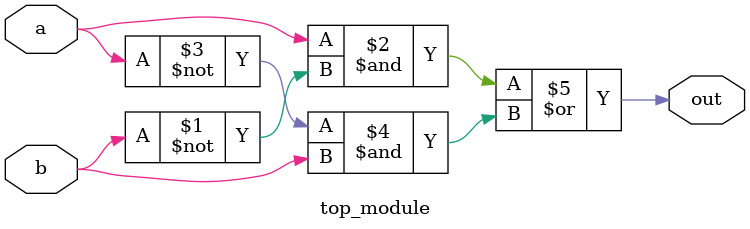
<source format=v>

`define METHOD_A

module top_module
( 
    input a, 
    input b, 
    output out
);

    `ifdef METHOD_A

    assign out = (a & ~b) | (~a & b);
    
    `elsif METHOD_B
    
    assign out = a ^ b;
    
    `endif

endmodule
</source>
